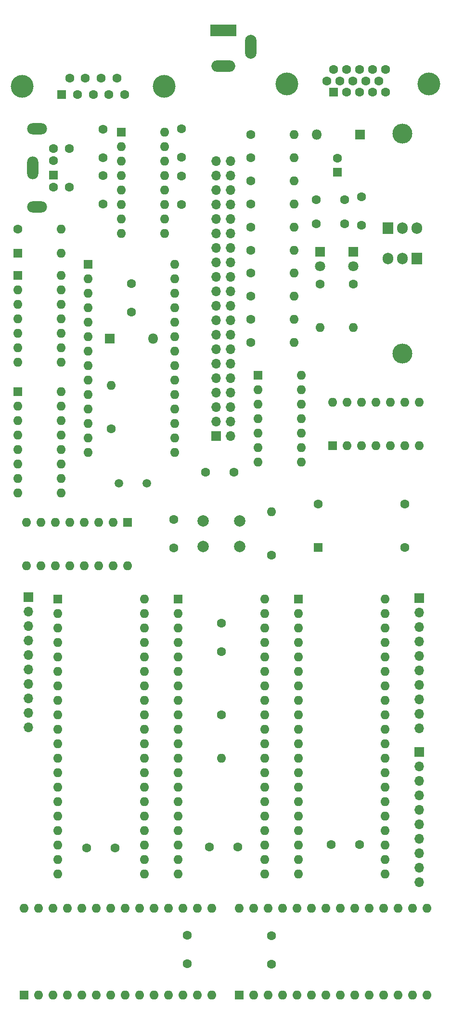
<source format=gbr>
%TF.GenerationSoftware,KiCad,Pcbnew,7.0.1*%
%TF.CreationDate,2023-07-04T17:25:49-07:00*%
%TF.ProjectId,Y6502,59363530-322e-46b6-9963-61645f706362,rev?*%
%TF.SameCoordinates,Original*%
%TF.FileFunction,Soldermask,Bot*%
%TF.FilePolarity,Negative*%
%FSLAX46Y46*%
G04 Gerber Fmt 4.6, Leading zero omitted, Abs format (unit mm)*
G04 Created by KiCad (PCBNEW 7.0.1) date 2023-07-04 17:25:49*
%MOMM*%
%LPD*%
G01*
G04 APERTURE LIST*
%ADD10R,1.600000X1.600000*%
%ADD11O,1.600000X1.600000*%
%ADD12C,1.600000*%
%ADD13O,3.500000X2.000000*%
%ADD14O,2.000000X4.000000*%
%ADD15R,1.800000X1.800000*%
%ADD16C,1.800000*%
%ADD17R,1.700000X1.700000*%
%ADD18O,1.700000X1.700000*%
%ADD19C,4.000000*%
%ADD20C,2.000000*%
%ADD21C,1.500000*%
%ADD22O,1.800000X1.800000*%
%ADD23R,4.600000X2.000000*%
%ADD24O,4.200000X2.000000*%
%ADD25O,2.000000X4.200000*%
%ADD26O,3.500000X3.500000*%
%ADD27R,1.905000X2.000000*%
%ADD28O,1.905000X2.000000*%
G04 APERTURE END LIST*
D10*
%TO.C,A6522 VIA*%
X92975000Y-122475000D03*
D11*
X92975000Y-125015000D03*
X92975000Y-127555000D03*
X92975000Y-130095000D03*
X92975000Y-132635000D03*
X92975000Y-135175000D03*
X92975000Y-137715000D03*
X92975000Y-140255000D03*
X92975000Y-142795000D03*
X92975000Y-145335000D03*
X92975000Y-147875000D03*
X92975000Y-150415000D03*
X92975000Y-152955000D03*
X92975000Y-155495000D03*
X92975000Y-158035000D03*
X92975000Y-160575000D03*
X92975000Y-163115000D03*
X92975000Y-165655000D03*
X92975000Y-168195000D03*
X92975000Y-170735000D03*
X108215000Y-170735000D03*
X108215000Y-168195000D03*
X108215000Y-165655000D03*
X108215000Y-163115000D03*
X108215000Y-160575000D03*
X108215000Y-158035000D03*
X108215000Y-155495000D03*
X108215000Y-152955000D03*
X108215000Y-150415000D03*
X108215000Y-147875000D03*
X108215000Y-145335000D03*
X108215000Y-142795000D03*
X108215000Y-140255000D03*
X108215000Y-137715000D03*
X108215000Y-135175000D03*
X108215000Y-132635000D03*
X108215000Y-130095000D03*
X108215000Y-127555000D03*
X108215000Y-125015000D03*
X108215000Y-122475000D03*
%TD*%
D12*
%TO.C,1M*%
X102400000Y-92600000D03*
D11*
X102400000Y-84980000D03*
%TD*%
D12*
%TO.C,680*%
X126990000Y-57200000D03*
D11*
X134610000Y-57200000D03*
%TD*%
D12*
%TO.C,22k*%
X139200000Y-67200000D03*
D11*
X139200000Y-74820000D03*
%TD*%
D10*
%TO.C,P/S 2*%
X92250000Y-48100000D03*
D12*
X92250000Y-45500000D03*
X92250000Y-50200000D03*
X92250000Y-43400000D03*
X95050000Y-50200000D03*
X95050000Y-43400000D03*
D13*
X89400000Y-39950000D03*
D14*
X88600000Y-46800000D03*
D13*
X89400000Y-53650000D03*
%TD*%
D15*
%TO.C,+3.3v*%
X145000000Y-61525000D03*
D16*
X145000000Y-64065000D03*
%TD*%
D17*
%TO.C,U8*%
X87840000Y-122175000D03*
D18*
X87840000Y-124715000D03*
X87840000Y-127255000D03*
X87840000Y-129795000D03*
X87840000Y-132335000D03*
X87840000Y-134875000D03*
X87840000Y-137415000D03*
X87840000Y-139955000D03*
X87840000Y-142495000D03*
X87840000Y-145035000D03*
%TD*%
D12*
%TO.C,1.5k*%
X126990000Y-49100000D03*
D11*
X134610000Y-49100000D03*
%TD*%
D12*
%TO.C,1uF*%
X98100000Y-166200000D03*
X103100000Y-166200000D03*
%TD*%
%TO.C,1uF*%
X141100000Y-165600000D03*
X146100000Y-165600000D03*
%TD*%
D19*
%TO.C,VGA Output*%
X158315000Y-32120331D03*
X133315000Y-32120331D03*
D10*
X141500000Y-33540331D03*
D12*
X143790000Y-33540331D03*
X146080000Y-33540331D03*
X148370000Y-33540331D03*
X150660000Y-33540331D03*
X140355000Y-31560331D03*
X142645000Y-31560331D03*
X144935000Y-31560331D03*
X147225000Y-31560331D03*
X149515000Y-31560331D03*
X141500000Y-29580331D03*
X143790000Y-29580331D03*
X146080000Y-29580331D03*
X148370000Y-29580331D03*
X150660000Y-29580331D03*
%TD*%
D20*
%TO.C,RESET*%
X118550000Y-108750000D03*
X125050000Y-108750000D03*
X118550000Y-113250000D03*
X125050000Y-113250000D03*
%TD*%
D12*
%TO.C,220*%
X126990000Y-69350000D03*
D11*
X134610000Y-69350000D03*
%TD*%
D10*
%TO.C,6502 CPU*%
X114175000Y-122495000D03*
D11*
X114175000Y-125035000D03*
X114175000Y-127575000D03*
X114175000Y-130115000D03*
X114175000Y-132655000D03*
X114175000Y-135195000D03*
X114175000Y-137735000D03*
X114175000Y-140275000D03*
X114175000Y-142815000D03*
X114175000Y-145355000D03*
X114175000Y-147895000D03*
X114175000Y-150435000D03*
X114175000Y-152975000D03*
X114175000Y-155515000D03*
X114175000Y-158055000D03*
X114175000Y-160595000D03*
X114175000Y-163135000D03*
X114175000Y-165675000D03*
X114175000Y-168215000D03*
X114175000Y-170755000D03*
X129415000Y-170755000D03*
X129415000Y-168215000D03*
X129415000Y-165675000D03*
X129415000Y-163135000D03*
X129415000Y-160595000D03*
X129415000Y-158055000D03*
X129415000Y-155515000D03*
X129415000Y-152975000D03*
X129415000Y-150435000D03*
X129415000Y-147895000D03*
X129415000Y-145355000D03*
X129415000Y-142815000D03*
X129415000Y-140275000D03*
X129415000Y-137735000D03*
X129415000Y-135195000D03*
X129415000Y-132655000D03*
X129415000Y-130115000D03*
X129415000Y-127575000D03*
X129415000Y-125035000D03*
X129415000Y-122495000D03*
%TD*%
D12*
%TO.C,1uF*%
X119700000Y-166000000D03*
X124700000Y-166000000D03*
%TD*%
D21*
%TO.C,1.8432 MHz*%
X103750000Y-102200000D03*
X108650000Y-102200000D03*
%TD*%
D12*
%TO.C,20uF*%
X106000000Y-67100000D03*
X106000000Y-72100000D03*
%TD*%
D19*
%TO.C,RS232 Output*%
X111745000Y-32510331D03*
X86745000Y-32510331D03*
D10*
X93705000Y-33930331D03*
D12*
X96475000Y-33930331D03*
X99245000Y-33930331D03*
X102015000Y-33930331D03*
X104785000Y-33930331D03*
X95090000Y-31090331D03*
X97860000Y-31090331D03*
X100630000Y-31090331D03*
X103400000Y-31090331D03*
%TD*%
%TO.C,1uF*%
X101000000Y-48200000D03*
X101000000Y-53200000D03*
%TD*%
D10*
%TO.C,74LS595*%
X85980000Y-86100000D03*
D11*
X85980000Y-88640000D03*
X85980000Y-91180000D03*
X85980000Y-93720000D03*
X85980000Y-96260000D03*
X85980000Y-98800000D03*
X85980000Y-101340000D03*
X85980000Y-103880000D03*
X93600000Y-103880000D03*
X93600000Y-101340000D03*
X93600000Y-98800000D03*
X93600000Y-96260000D03*
X93600000Y-93720000D03*
X93600000Y-91180000D03*
X93600000Y-88640000D03*
X93600000Y-86100000D03*
%TD*%
D12*
%TO.C,.1uF*%
X113400000Y-113500000D03*
X113400000Y-108500000D03*
%TD*%
%TO.C,1uF*%
X114800000Y-39965000D03*
X114800000Y-44965000D03*
%TD*%
D17*
%TO.C,U7*%
X156615000Y-149315000D03*
D18*
X156615000Y-151855000D03*
X156615000Y-154395000D03*
X156615000Y-156935000D03*
X156615000Y-159475000D03*
X156615000Y-162015000D03*
X156615000Y-164555000D03*
X156615000Y-167095000D03*
X156615000Y-169635000D03*
X156615000Y-172175000D03*
%TD*%
D10*
%TO.C,6551 SPI*%
X98360000Y-63780000D03*
D11*
X98360000Y-66320000D03*
X98360000Y-68860000D03*
X98360000Y-71400000D03*
X98360000Y-73940000D03*
X98360000Y-76480000D03*
X98360000Y-79020000D03*
X98360000Y-81560000D03*
X98360000Y-84100000D03*
X98360000Y-86640000D03*
X98360000Y-89180000D03*
X98360000Y-91720000D03*
X98360000Y-94260000D03*
X98360000Y-96800000D03*
X113600000Y-96800000D03*
X113600000Y-94260000D03*
X113600000Y-91720000D03*
X113600000Y-89180000D03*
X113600000Y-86640000D03*
X113600000Y-84100000D03*
X113600000Y-81560000D03*
X113600000Y-79020000D03*
X113600000Y-76480000D03*
X113600000Y-73940000D03*
X113600000Y-71400000D03*
X113600000Y-68860000D03*
X113600000Y-66320000D03*
X113600000Y-63780000D03*
%TD*%
D10*
%TO.C,62256 RAM*%
X87095000Y-192000000D03*
D11*
X89635000Y-192000000D03*
X92175000Y-192000000D03*
X94715000Y-192000000D03*
X97255000Y-192000000D03*
X99795000Y-192000000D03*
X102335000Y-192000000D03*
X104875000Y-192000000D03*
X107415000Y-192000000D03*
X109955000Y-192000000D03*
X112495000Y-192000000D03*
X115035000Y-192000000D03*
X117575000Y-192000000D03*
X120115000Y-192000000D03*
X120115000Y-176760000D03*
X117575000Y-176760000D03*
X115035000Y-176760000D03*
X112495000Y-176760000D03*
X109955000Y-176760000D03*
X107415000Y-176760000D03*
X104875000Y-176760000D03*
X102335000Y-176760000D03*
X99795000Y-176760000D03*
X97255000Y-176760000D03*
X94715000Y-176760000D03*
X92175000Y-176760000D03*
X89635000Y-176760000D03*
X87095000Y-176760000D03*
%TD*%
D12*
%TO.C,220*%
X126990000Y-73400000D03*
D11*
X134610000Y-73400000D03*
%TD*%
D10*
%TO.C,U16*%
X104200000Y-40525000D03*
D11*
X104200000Y-43065000D03*
X104200000Y-45605000D03*
X104200000Y-48145000D03*
X104200000Y-50685000D03*
X104200000Y-53225000D03*
X104200000Y-55765000D03*
X104200000Y-58305000D03*
X111820000Y-58305000D03*
X111820000Y-55765000D03*
X111820000Y-53225000D03*
X111820000Y-50685000D03*
X111820000Y-48145000D03*
X111820000Y-45605000D03*
X111820000Y-43065000D03*
X111820000Y-40525000D03*
%TD*%
D10*
%TO.C,74LS14*%
X86000000Y-65700000D03*
D11*
X86000000Y-68240000D03*
X86000000Y-70780000D03*
X86000000Y-73320000D03*
X86000000Y-75860000D03*
X86000000Y-78400000D03*
X86000000Y-80940000D03*
X93620000Y-80940000D03*
X93620000Y-78400000D03*
X93620000Y-75860000D03*
X93620000Y-73320000D03*
X93620000Y-70780000D03*
X93620000Y-68240000D03*
X93620000Y-65700000D03*
%TD*%
D12*
%TO.C,1uF*%
X124000000Y-100200000D03*
X119000000Y-100200000D03*
%TD*%
%TO.C,1uF*%
X130600000Y-181600000D03*
X130600000Y-186600000D03*
%TD*%
D15*
%TO.C,D5*%
X102150000Y-76800000D03*
D22*
X109770000Y-76800000D03*
%TD*%
D12*
%TO.C,1k*%
X121800000Y-142810000D03*
D11*
X121800000Y-150430000D03*
%TD*%
D12*
%TO.C,680*%
X126990000Y-61250000D03*
D11*
X134610000Y-61250000D03*
%TD*%
D15*
%TO.C,1N4007*%
X146210000Y-41000000D03*
D22*
X138590000Y-41000000D03*
%TD*%
D12*
%TO.C,1k*%
X130600000Y-114810000D03*
D11*
X130600000Y-107190000D03*
%TD*%
D12*
%TO.C,22k*%
X145000000Y-67190000D03*
D11*
X145000000Y-74810000D03*
%TD*%
D12*
%TO.C,680*%
X126990000Y-65300000D03*
D11*
X134610000Y-65300000D03*
%TD*%
D12*
%TO.C,1uF*%
X138500000Y-56600000D03*
X143500000Y-56600000D03*
%TD*%
%TO.C,1uF*%
X138500000Y-52400000D03*
X143500000Y-52400000D03*
%TD*%
D17*
%TO.C,U1*%
X156615000Y-122295000D03*
D18*
X156615000Y-124835000D03*
X156615000Y-127375000D03*
X156615000Y-129915000D03*
X156615000Y-132455000D03*
X156615000Y-134995000D03*
X156615000Y-137535000D03*
X156615000Y-140075000D03*
X156615000Y-142615000D03*
X156615000Y-145155000D03*
%TD*%
D12*
%TO.C,1.5k*%
X126990000Y-53150000D03*
D11*
X134610000Y-53150000D03*
%TD*%
D10*
%TO.C,D4*%
X86030000Y-61760000D03*
D11*
X93650000Y-61760000D03*
%TD*%
D10*
%TO.C,47uF*%
X142200000Y-47605112D03*
D12*
X142200000Y-45105112D03*
%TD*%
D23*
%TO.C,J1*%
X122150000Y-22650000D03*
D24*
X122150000Y-28950000D03*
D25*
X126950000Y-25550000D03*
%TD*%
D26*
%TO.C,3v3 Regulator*%
X153600000Y-40770000D03*
D27*
X151060000Y-57430000D03*
D28*
X153600000Y-57430000D03*
X156140000Y-57430000D03*
%TD*%
D26*
%TO.C,5v Regulator*%
X153600000Y-79430000D03*
D27*
X156140000Y-62770000D03*
D28*
X153600000Y-62770000D03*
X151060000Y-62770000D03*
%TD*%
D12*
%TO.C,1uF*%
X115800000Y-186500000D03*
X115800000Y-181500000D03*
%TD*%
%TO.C,33k*%
X85990000Y-57600000D03*
D11*
X93610000Y-57600000D03*
%TD*%
D12*
%TO.C,C5*%
X146400000Y-51900000D03*
X146400000Y-56900000D03*
%TD*%
%TO.C,1.5k*%
X126990000Y-41000000D03*
D11*
X134610000Y-41000000D03*
%TD*%
D15*
%TO.C,+5v*%
X139200000Y-61525000D03*
D16*
X139200000Y-64065000D03*
%TD*%
D10*
%TO.C,74LS595*%
X105275000Y-109000000D03*
D11*
X102735000Y-109000000D03*
X100195000Y-109000000D03*
X97655000Y-109000000D03*
X95115000Y-109000000D03*
X92575000Y-109000000D03*
X90035000Y-109000000D03*
X87495000Y-109000000D03*
X87495000Y-116620000D03*
X90035000Y-116620000D03*
X92575000Y-116620000D03*
X95115000Y-116620000D03*
X97655000Y-116620000D03*
X100195000Y-116620000D03*
X102735000Y-116620000D03*
X105275000Y-116620000D03*
%TD*%
D10*
%TO.C,1MHz OSC.*%
X138780000Y-113410000D03*
D12*
X154020000Y-113410000D03*
X154020000Y-105790000D03*
X138780000Y-105790000D03*
%TD*%
D10*
%TO.C,74LS32*%
X128200000Y-83240000D03*
D11*
X128200000Y-85780000D03*
X128200000Y-88320000D03*
X128200000Y-90860000D03*
X128200000Y-93400000D03*
X128200000Y-95940000D03*
X128200000Y-98480000D03*
X135820000Y-98480000D03*
X135820000Y-95940000D03*
X135820000Y-93400000D03*
X135820000Y-90860000D03*
X135820000Y-88320000D03*
X135820000Y-85780000D03*
X135820000Y-83240000D03*
%TD*%
D12*
%TO.C,100*%
X126990000Y-77450000D03*
D11*
X134610000Y-77450000D03*
%TD*%
D10*
%TO.C,B6522 VIA*%
X135375000Y-122475000D03*
D11*
X135375000Y-125015000D03*
X135375000Y-127555000D03*
X135375000Y-130095000D03*
X135375000Y-132635000D03*
X135375000Y-135175000D03*
X135375000Y-137715000D03*
X135375000Y-140255000D03*
X135375000Y-142795000D03*
X135375000Y-145335000D03*
X135375000Y-147875000D03*
X135375000Y-150415000D03*
X135375000Y-152955000D03*
X135375000Y-155495000D03*
X135375000Y-158035000D03*
X135375000Y-160575000D03*
X135375000Y-163115000D03*
X135375000Y-165655000D03*
X135375000Y-168195000D03*
X135375000Y-170735000D03*
X150615000Y-170735000D03*
X150615000Y-168195000D03*
X150615000Y-165655000D03*
X150615000Y-163115000D03*
X150615000Y-160575000D03*
X150615000Y-158035000D03*
X150615000Y-155495000D03*
X150615000Y-152955000D03*
X150615000Y-150415000D03*
X150615000Y-147875000D03*
X150615000Y-145335000D03*
X150615000Y-142795000D03*
X150615000Y-140255000D03*
X150615000Y-137715000D03*
X150615000Y-135175000D03*
X150615000Y-132635000D03*
X150615000Y-130095000D03*
X150615000Y-127555000D03*
X150615000Y-125015000D03*
X150615000Y-122475000D03*
%TD*%
D10*
%TO.C,27c128 ROM*%
X124935000Y-192015000D03*
D11*
X127475000Y-192015000D03*
X130015000Y-192015000D03*
X132555000Y-192015000D03*
X135095000Y-192015000D03*
X137635000Y-192015000D03*
X140175000Y-192015000D03*
X142715000Y-192015000D03*
X145255000Y-192015000D03*
X147795000Y-192015000D03*
X150335000Y-192015000D03*
X152875000Y-192015000D03*
X155415000Y-192015000D03*
X157955000Y-192015000D03*
X157955000Y-176775000D03*
X155415000Y-176775000D03*
X152875000Y-176775000D03*
X150335000Y-176775000D03*
X147795000Y-176775000D03*
X145255000Y-176775000D03*
X142715000Y-176775000D03*
X140175000Y-176775000D03*
X137635000Y-176775000D03*
X135095000Y-176775000D03*
X132555000Y-176775000D03*
X130015000Y-176775000D03*
X127475000Y-176775000D03*
X124935000Y-176775000D03*
%TD*%
D12*
%TO.C,1uF*%
X114800000Y-53265000D03*
X114800000Y-48265000D03*
%TD*%
D10*
%TO.C,74LS00*%
X141375000Y-95600000D03*
D11*
X143915000Y-95600000D03*
X146455000Y-95600000D03*
X148995000Y-95600000D03*
X151535000Y-95600000D03*
X154075000Y-95600000D03*
X156615000Y-95600000D03*
X156615000Y-87980000D03*
X154075000Y-87980000D03*
X151535000Y-87980000D03*
X148995000Y-87980000D03*
X146455000Y-87980000D03*
X143915000Y-87980000D03*
X141375000Y-87980000D03*
%TD*%
D17*
%TO.C,~*%
X120860000Y-93860000D03*
D18*
X123400000Y-93860000D03*
X120860000Y-91320000D03*
X123400000Y-91320000D03*
X120860000Y-88780000D03*
X123400000Y-88780000D03*
X120860000Y-86240000D03*
X123400000Y-86240000D03*
X120860000Y-83700000D03*
X123400000Y-83700000D03*
X120860000Y-81160000D03*
X123400000Y-81160000D03*
X120860000Y-78620000D03*
X123400000Y-78620000D03*
X120860000Y-76080000D03*
X123400000Y-76080000D03*
X120860000Y-73540000D03*
X123400000Y-73540000D03*
X120860000Y-71000000D03*
X123400000Y-71000000D03*
X120860000Y-68460000D03*
X123400000Y-68460000D03*
X120860000Y-65920000D03*
X123400000Y-65920000D03*
X120860000Y-63380000D03*
X123400000Y-63380000D03*
X120860000Y-60840000D03*
X123400000Y-60840000D03*
X120860000Y-58300000D03*
X123400000Y-58300000D03*
X120860000Y-55760000D03*
X123400000Y-55760000D03*
X120860000Y-53220000D03*
X123400000Y-53220000D03*
X120860000Y-50680000D03*
X123400000Y-50680000D03*
X120860000Y-48140000D03*
X123400000Y-48140000D03*
X120860000Y-45600000D03*
X123400000Y-45600000D03*
%TD*%
D12*
%TO.C,1.5k*%
X126990000Y-45050000D03*
D11*
X134610000Y-45050000D03*
%TD*%
D12*
%TO.C,1uF*%
X101000000Y-40000000D03*
X101000000Y-45000000D03*
%TD*%
%TO.C,1uF*%
X121800000Y-126700000D03*
X121800000Y-131700000D03*
%TD*%
M02*

</source>
